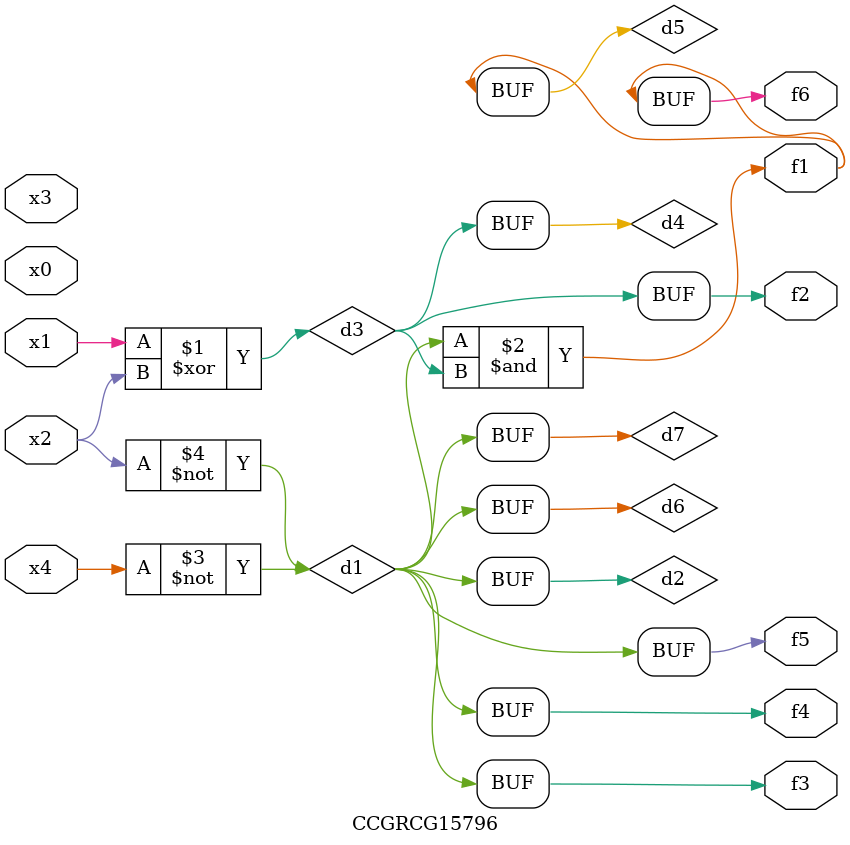
<source format=v>
module CCGRCG15796(
	input x0, x1, x2, x3, x4,
	output f1, f2, f3, f4, f5, f6
);

	wire d1, d2, d3, d4, d5, d6, d7;

	not (d1, x4);
	not (d2, x2);
	xor (d3, x1, x2);
	buf (d4, d3);
	and (d5, d1, d3);
	buf (d6, d1, d2);
	buf (d7, d2);
	assign f1 = d5;
	assign f2 = d4;
	assign f3 = d7;
	assign f4 = d7;
	assign f5 = d7;
	assign f6 = d5;
endmodule

</source>
